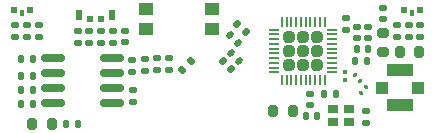
<source format=gbr>
%TF.GenerationSoftware,KiCad,Pcbnew,8.0.6*%
%TF.CreationDate,2025-01-21T23:53:35+01:00*%
%TF.ProjectId,HSSM-LVPCB,4853534d-2d4c-4565-9043-422e6b696361,rev?*%
%TF.SameCoordinates,Original*%
%TF.FileFunction,Paste,Top*%
%TF.FilePolarity,Positive*%
%FSLAX46Y46*%
G04 Gerber Fmt 4.6, Leading zero omitted, Abs format (unit mm)*
G04 Created by KiCad (PCBNEW 8.0.6) date 2025-01-21 23:53:35*
%MOMM*%
%LPD*%
G01*
G04 APERTURE LIST*
G04 Aperture macros list*
%AMRoundRect*
0 Rectangle with rounded corners*
0 $1 Rounding radius*
0 $2 $3 $4 $5 $6 $7 $8 $9 X,Y pos of 4 corners*
0 Add a 4 corners polygon primitive as box body*
4,1,4,$2,$3,$4,$5,$6,$7,$8,$9,$2,$3,0*
0 Add four circle primitives for the rounded corners*
1,1,$1+$1,$2,$3*
1,1,$1+$1,$4,$5*
1,1,$1+$1,$6,$7*
1,1,$1+$1,$8,$9*
0 Add four rect primitives between the rounded corners*
20,1,$1+$1,$2,$3,$4,$5,0*
20,1,$1+$1,$4,$5,$6,$7,0*
20,1,$1+$1,$6,$7,$8,$9,0*
20,1,$1+$1,$8,$9,$2,$3,0*%
G04 Aperture macros list end*
%ADD10RoundRect,0.200000X-0.275000X0.200000X-0.275000X-0.200000X0.275000X-0.200000X0.275000X0.200000X0*%
%ADD11RoundRect,0.135000X-0.185000X0.135000X-0.185000X-0.135000X0.185000X-0.135000X0.185000X0.135000X0*%
%ADD12RoundRect,0.135000X-0.135000X-0.185000X0.135000X-0.185000X0.135000X0.185000X-0.135000X0.185000X0*%
%ADD13R,1.050000X1.000000*%
%ADD14R,2.200000X1.050000*%
%ADD15RoundRect,0.140000X0.170000X-0.140000X0.170000X0.140000X-0.170000X0.140000X-0.170000X-0.140000X0*%
%ADD16RoundRect,0.140000X-0.170000X0.140000X-0.170000X-0.140000X0.170000X-0.140000X0.170000X0.140000X0*%
%ADD17RoundRect,0.147500X-0.147500X-0.172500X0.147500X-0.172500X0.147500X0.172500X-0.147500X0.172500X0*%
%ADD18RoundRect,0.079500X0.100500X-0.079500X0.100500X0.079500X-0.100500X0.079500X-0.100500X-0.079500X0*%
%ADD19RoundRect,0.200000X-0.200000X-0.275000X0.200000X-0.275000X0.200000X0.275000X-0.200000X0.275000X0*%
%ADD20RoundRect,0.079500X0.127279X0.014849X0.014849X0.127279X-0.127279X-0.014849X-0.014849X-0.127279X0*%
%ADD21R,0.600000X0.600000*%
%ADD22R,0.400000X0.500000*%
%ADD23RoundRect,0.135000X0.226274X0.035355X0.035355X0.226274X-0.226274X-0.035355X-0.035355X-0.226274X0*%
%ADD24RoundRect,0.079500X0.014849X-0.127279X0.127279X-0.014849X-0.014849X0.127279X-0.127279X0.014849X0*%
%ADD25RoundRect,0.135000X0.135000X0.185000X-0.135000X0.185000X-0.135000X-0.185000X0.135000X-0.185000X0*%
%ADD26RoundRect,0.135000X0.185000X-0.135000X0.185000X0.135000X-0.185000X0.135000X-0.185000X-0.135000X0*%
%ADD27RoundRect,0.140000X-0.140000X-0.170000X0.140000X-0.170000X0.140000X0.170000X-0.140000X0.170000X0*%
%ADD28RoundRect,0.242500X0.242500X0.242500X-0.242500X0.242500X-0.242500X-0.242500X0.242500X-0.242500X0*%
%ADD29RoundRect,0.062500X0.350000X0.062500X-0.350000X0.062500X-0.350000X-0.062500X0.350000X-0.062500X0*%
%ADD30RoundRect,0.062500X0.062500X0.350000X-0.062500X0.350000X-0.062500X-0.350000X0.062500X-0.350000X0*%
%ADD31RoundRect,0.150000X0.825000X0.150000X-0.825000X0.150000X-0.825000X-0.150000X0.825000X-0.150000X0*%
%ADD32RoundRect,0.135000X-0.035355X0.226274X-0.226274X0.035355X0.035355X-0.226274X0.226274X-0.035355X0*%
%ADD33RoundRect,0.200000X0.200000X0.275000X-0.200000X0.275000X-0.200000X-0.275000X0.200000X-0.275000X0*%
%ADD34R,1.200000X1.000000*%
%ADD35R,0.900000X0.800000*%
%ADD36RoundRect,0.140000X0.219203X0.021213X0.021213X0.219203X-0.219203X-0.021213X-0.021213X-0.219203X0*%
%ADD37RoundRect,0.140000X0.140000X0.170000X-0.140000X0.170000X-0.140000X-0.170000X0.140000X-0.170000X0*%
%ADD38RoundRect,0.140000X-0.219203X-0.021213X-0.021213X-0.219203X0.219203X0.021213X0.021213X0.219203X0*%
%ADD39R,0.600000X0.900000*%
%ADD40R,0.600000X0.550000*%
G04 APERTURE END LIST*
D10*
%TO.C,C5*%
X151025000Y-115175000D03*
X151025000Y-116825000D03*
%TD*%
D11*
%TO.C,R16*%
X153225000Y-114490001D03*
X153225000Y-115509999D03*
%TD*%
D12*
%TO.C,R4*%
X120390001Y-118800000D03*
X121409999Y-118800000D03*
%TD*%
D13*
%TO.C,J1*%
X150925000Y-119800000D03*
D14*
X152450000Y-121275001D03*
D13*
X153975000Y-119800000D03*
D14*
X152450000Y-118324999D03*
%TD*%
D15*
%TO.C,C21*%
X151075000Y-114005000D03*
X151075000Y-113045000D03*
%TD*%
D11*
%TO.C,R2*%
X129825000Y-117440001D03*
X129825000Y-118459999D03*
%TD*%
D16*
%TO.C,C4*%
X149800000Y-114670000D03*
X149800000Y-115630000D03*
%TD*%
D15*
%TO.C,C11*%
X144900000Y-121280000D03*
X144900000Y-120320000D03*
%TD*%
D17*
%TO.C,L2*%
X148820000Y-116550000D03*
X149780000Y-116550000D03*
%TD*%
D18*
%TO.C,C1*%
X147800000Y-119145000D03*
X147800000Y-118455000D03*
%TD*%
D19*
%TO.C,C9*%
X121375000Y-122899999D03*
X123025000Y-122899999D03*
%TD*%
D20*
%TO.C,L1*%
X149143952Y-119243952D03*
X148656048Y-118756048D03*
%TD*%
D11*
%TO.C,R15*%
X121900000Y-114490001D03*
X121900000Y-115509999D03*
%TD*%
D21*
%TO.C,D2*%
X152800000Y-113225000D03*
X154200000Y-113225000D03*
D22*
X153500000Y-113525000D03*
%TD*%
D16*
%TO.C,C7*%
X148875000Y-114670000D03*
X148875000Y-115630000D03*
%TD*%
D23*
%TO.C,R6*%
X138210624Y-118260624D03*
X137489376Y-117539376D03*
%TD*%
D24*
%TO.C,C2*%
X149156048Y-120243952D03*
X149643952Y-119756048D03*
%TD*%
D15*
%TO.C,C13*%
X149600000Y-122780000D03*
X149600000Y-121820000D03*
%TD*%
D25*
%TO.C,R8*%
X125234999Y-122900000D03*
X124215001Y-122900000D03*
%TD*%
D15*
%TO.C,C15*%
X132900000Y-118280000D03*
X132900000Y-117320000D03*
%TD*%
D25*
%TO.C,R5*%
X121409999Y-117400000D03*
X120390001Y-117400000D03*
%TD*%
%TO.C,R7*%
X147109999Y-120300000D03*
X146090001Y-120300000D03*
%TD*%
D12*
%TO.C,R3*%
X120390001Y-120000000D03*
X121409999Y-120000000D03*
%TD*%
D26*
%TO.C,R23*%
X130900000Y-118409999D03*
X130900000Y-117390001D03*
%TD*%
D21*
%TO.C,D7*%
X119800000Y-113225000D03*
X121200000Y-113225000D03*
D22*
X120500000Y-113525000D03*
%TD*%
D27*
%TO.C,C8*%
X120420000Y-121200000D03*
X121380000Y-121200000D03*
%TD*%
D26*
%TO.C,R18*%
X119900000Y-115509999D03*
X119900000Y-114490001D03*
%TD*%
D28*
%TO.C,U1*%
X145500000Y-117900000D03*
X145500000Y-116700000D03*
X145500000Y-115500000D03*
X144300000Y-117900000D03*
X144300000Y-116700000D03*
X144300000Y-115500000D03*
X143100000Y-117900000D03*
X143100000Y-116700000D03*
X143100000Y-115500000D03*
D29*
X146737500Y-118500000D03*
X146737500Y-118100000D03*
X146737500Y-117700000D03*
X146737500Y-117300000D03*
X146737500Y-116900000D03*
X146737500Y-116500000D03*
X146737500Y-116100000D03*
X146737500Y-115700000D03*
X146737500Y-115300000D03*
X146737500Y-114900000D03*
D30*
X146100000Y-114262500D03*
X145700000Y-114262500D03*
X145300000Y-114262500D03*
X144900000Y-114262500D03*
X144500000Y-114262500D03*
X144100000Y-114262500D03*
X143700000Y-114262500D03*
X143300000Y-114262500D03*
X142900000Y-114262500D03*
X142500000Y-114262500D03*
D29*
X141862500Y-114900000D03*
X141862500Y-115300000D03*
X141862500Y-115700000D03*
X141862500Y-116100000D03*
X141862500Y-116500000D03*
X141862500Y-116900000D03*
X141862500Y-117300000D03*
X141862500Y-117700000D03*
X141862500Y-118100000D03*
X141862500Y-118500000D03*
D30*
X142500000Y-119137500D03*
X142900000Y-119137500D03*
X143300000Y-119137500D03*
X143700000Y-119137500D03*
X144100000Y-119137500D03*
X144500000Y-119137500D03*
X144900000Y-119137500D03*
X145300000Y-119137500D03*
X145700000Y-119137500D03*
X146100000Y-119137500D03*
%TD*%
D26*
%TO.C,R13*%
X127200000Y-116009999D03*
X127200000Y-114990001D03*
%TD*%
D31*
%TO.C,U2*%
X128075000Y-121105000D03*
X128075000Y-119835000D03*
X128075000Y-118565000D03*
X128075000Y-117295000D03*
X123125000Y-117295000D03*
X123125000Y-118565000D03*
X123125000Y-119835000D03*
X123125000Y-121105000D03*
%TD*%
D15*
%TO.C,C18*%
X154175000Y-115480000D03*
X154175000Y-114520000D03*
%TD*%
D26*
%TO.C,R14*%
X128200000Y-116009999D03*
X128200000Y-114990001D03*
%TD*%
D32*
%TO.C,R24*%
X134760624Y-117564376D03*
X134039376Y-118285624D03*
%TD*%
D26*
%TO.C,R19*%
X152225000Y-115484999D03*
X152225000Y-114465001D03*
%TD*%
D33*
%TO.C,C12*%
X143425000Y-121750000D03*
X141775000Y-121750000D03*
%TD*%
D26*
%TO.C,R12*%
X125200000Y-116009999D03*
X125200000Y-114990001D03*
%TD*%
%TO.C,R1*%
X129850000Y-121059999D03*
X129850000Y-120040001D03*
%TD*%
D34*
%TO.C,SW_USER1*%
X131000000Y-114850000D03*
X131000000Y-113150000D03*
X136600000Y-114850000D03*
X136600000Y-113150000D03*
%TD*%
D16*
%TO.C,C16*%
X129200000Y-115020000D03*
X129200000Y-115980000D03*
%TD*%
D15*
%TO.C,C17*%
X120900000Y-115480000D03*
X120900000Y-114520000D03*
%TD*%
D35*
%TO.C,Y1*%
X148200000Y-121600000D03*
X146800000Y-121600000D03*
X146800000Y-122700000D03*
X148200000Y-122700000D03*
%TD*%
D23*
%TO.C,R17*%
X139410624Y-115110624D03*
X138689376Y-114389376D03*
%TD*%
D15*
%TO.C,C20*%
X131900000Y-118280000D03*
X131900000Y-117320000D03*
%TD*%
D36*
%TO.C,C19*%
X138764411Y-115989411D03*
X138085589Y-115310589D03*
%TD*%
D26*
%TO.C,R11*%
X126200000Y-116009999D03*
X126200000Y-114990001D03*
%TD*%
%TO.C,R22*%
X147900000Y-114909999D03*
X147900000Y-113890001D03*
%TD*%
D33*
%TO.C,C6*%
X154100000Y-116750000D03*
X152450000Y-116750000D03*
%TD*%
D37*
%TO.C,C3*%
X149680000Y-117550000D03*
X148720000Y-117550000D03*
%TD*%
D38*
%TO.C,C10*%
X138210589Y-116835589D03*
X138889411Y-117514411D03*
%TD*%
D27*
%TO.C,C14*%
X144520000Y-122200000D03*
X145480000Y-122200000D03*
%TD*%
D39*
%TO.C,D6*%
X128099999Y-113675000D03*
D40*
X127150000Y-114000000D03*
X126250000Y-114000000D03*
D39*
X125300001Y-113675000D03*
%TD*%
M02*

</source>
